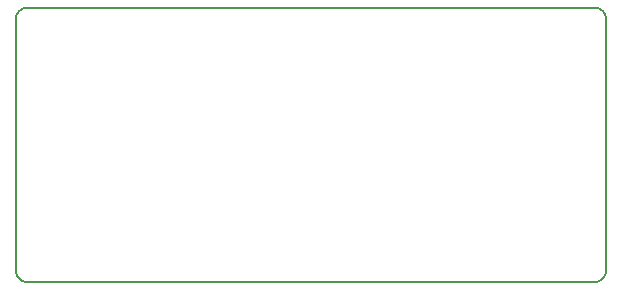
<source format=gm1>
G04 #@! TF.FileFunction,Profile,NP*
%FSLAX46Y46*%
G04 Gerber Fmt 4.6, Leading zero omitted, Abs format (unit mm)*
G04 Created by KiCad (PCBNEW 0.201508100901+6080~28~ubuntu14.04.1-product) date Sun 08 Nov 2015 01:10:26 GMT*
%MOMM*%
G01*
G04 APERTURE LIST*
%ADD10C,0.100000*%
%ADD11C,0.150000*%
G04 APERTURE END LIST*
D10*
D11*
X82500000Y-113250000D02*
X130500000Y-113250000D01*
X81500000Y-91000000D02*
X81500000Y-112250000D01*
X130500000Y-90000000D02*
X82500000Y-90000000D01*
X131500000Y-112250000D02*
X131500000Y-91000000D01*
X82500000Y-90000000D02*
G75*
G03X81500000Y-91000000I0J-1000000D01*
G01*
X81500000Y-112250000D02*
G75*
G03X82500000Y-113250000I1000000J0D01*
G01*
X130500000Y-113250000D02*
G75*
G03X131500000Y-112250000I0J1000000D01*
G01*
X131500000Y-91000000D02*
G75*
G03X130500000Y-90000000I-1000000J0D01*
G01*
M02*

</source>
